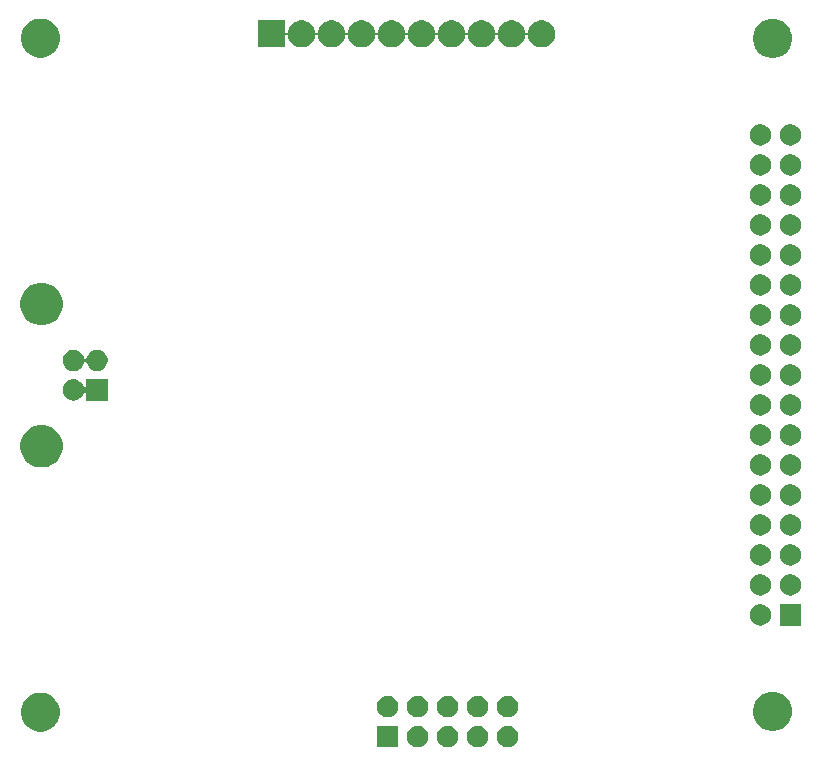
<source format=gbr>
G04 #@! TF.GenerationSoftware,KiCad,Pcbnew,5.1.6*
G04 #@! TF.CreationDate,2020-06-20T19:13:06+02:00*
G04 #@! TF.ProjectId,fluepdot,666c7565-7064-46f7-942e-6b696361645f,rev?*
G04 #@! TF.SameCoordinates,Original*
G04 #@! TF.FileFunction,Soldermask,Bot*
G04 #@! TF.FilePolarity,Negative*
%FSLAX46Y46*%
G04 Gerber Fmt 4.6, Leading zero omitted, Abs format (unit mm)*
G04 Created by KiCad (PCBNEW 5.1.6) date 2020-06-20 19:13:06*
%MOMM*%
%LPD*%
G01*
G04 APERTURE LIST*
%ADD10C,0.100000*%
G04 APERTURE END LIST*
D10*
G36*
X68593512Y-177203927D02*
G01*
X68742812Y-177233624D01*
X68906784Y-177301544D01*
X69054354Y-177400147D01*
X69179853Y-177525646D01*
X69278456Y-177673216D01*
X69346376Y-177837188D01*
X69381000Y-178011259D01*
X69381000Y-178188741D01*
X69346376Y-178362812D01*
X69278456Y-178526784D01*
X69179853Y-178674354D01*
X69054354Y-178799853D01*
X68906784Y-178898456D01*
X68742812Y-178966376D01*
X68593512Y-178996073D01*
X68568742Y-179001000D01*
X68391258Y-179001000D01*
X68366488Y-178996073D01*
X68217188Y-178966376D01*
X68053216Y-178898456D01*
X67905646Y-178799853D01*
X67780147Y-178674354D01*
X67681544Y-178526784D01*
X67613624Y-178362812D01*
X67579000Y-178188741D01*
X67579000Y-178011259D01*
X67613624Y-177837188D01*
X67681544Y-177673216D01*
X67780147Y-177525646D01*
X67905646Y-177400147D01*
X68053216Y-177301544D01*
X68217188Y-177233624D01*
X68366488Y-177203927D01*
X68391258Y-177199000D01*
X68568742Y-177199000D01*
X68593512Y-177203927D01*
G37*
G36*
X71133512Y-177203927D02*
G01*
X71282812Y-177233624D01*
X71446784Y-177301544D01*
X71594354Y-177400147D01*
X71719853Y-177525646D01*
X71818456Y-177673216D01*
X71886376Y-177837188D01*
X71921000Y-178011259D01*
X71921000Y-178188741D01*
X71886376Y-178362812D01*
X71818456Y-178526784D01*
X71719853Y-178674354D01*
X71594354Y-178799853D01*
X71446784Y-178898456D01*
X71282812Y-178966376D01*
X71133512Y-178996073D01*
X71108742Y-179001000D01*
X70931258Y-179001000D01*
X70906488Y-178996073D01*
X70757188Y-178966376D01*
X70593216Y-178898456D01*
X70445646Y-178799853D01*
X70320147Y-178674354D01*
X70221544Y-178526784D01*
X70153624Y-178362812D01*
X70119000Y-178188741D01*
X70119000Y-178011259D01*
X70153624Y-177837188D01*
X70221544Y-177673216D01*
X70320147Y-177525646D01*
X70445646Y-177400147D01*
X70593216Y-177301544D01*
X70757188Y-177233624D01*
X70906488Y-177203927D01*
X70931258Y-177199000D01*
X71108742Y-177199000D01*
X71133512Y-177203927D01*
G37*
G36*
X73673512Y-177203927D02*
G01*
X73822812Y-177233624D01*
X73986784Y-177301544D01*
X74134354Y-177400147D01*
X74259853Y-177525646D01*
X74358456Y-177673216D01*
X74426376Y-177837188D01*
X74461000Y-178011259D01*
X74461000Y-178188741D01*
X74426376Y-178362812D01*
X74358456Y-178526784D01*
X74259853Y-178674354D01*
X74134354Y-178799853D01*
X73986784Y-178898456D01*
X73822812Y-178966376D01*
X73673512Y-178996073D01*
X73648742Y-179001000D01*
X73471258Y-179001000D01*
X73446488Y-178996073D01*
X73297188Y-178966376D01*
X73133216Y-178898456D01*
X72985646Y-178799853D01*
X72860147Y-178674354D01*
X72761544Y-178526784D01*
X72693624Y-178362812D01*
X72659000Y-178188741D01*
X72659000Y-178011259D01*
X72693624Y-177837188D01*
X72761544Y-177673216D01*
X72860147Y-177525646D01*
X72985646Y-177400147D01*
X73133216Y-177301544D01*
X73297188Y-177233624D01*
X73446488Y-177203927D01*
X73471258Y-177199000D01*
X73648742Y-177199000D01*
X73673512Y-177203927D01*
G37*
G36*
X66053512Y-177203927D02*
G01*
X66202812Y-177233624D01*
X66366784Y-177301544D01*
X66514354Y-177400147D01*
X66639853Y-177525646D01*
X66738456Y-177673216D01*
X66806376Y-177837188D01*
X66841000Y-178011259D01*
X66841000Y-178188741D01*
X66806376Y-178362812D01*
X66738456Y-178526784D01*
X66639853Y-178674354D01*
X66514354Y-178799853D01*
X66366784Y-178898456D01*
X66202812Y-178966376D01*
X66053512Y-178996073D01*
X66028742Y-179001000D01*
X65851258Y-179001000D01*
X65826488Y-178996073D01*
X65677188Y-178966376D01*
X65513216Y-178898456D01*
X65365646Y-178799853D01*
X65240147Y-178674354D01*
X65141544Y-178526784D01*
X65073624Y-178362812D01*
X65039000Y-178188741D01*
X65039000Y-178011259D01*
X65073624Y-177837188D01*
X65141544Y-177673216D01*
X65240147Y-177525646D01*
X65365646Y-177400147D01*
X65513216Y-177301544D01*
X65677188Y-177233624D01*
X65826488Y-177203927D01*
X65851258Y-177199000D01*
X66028742Y-177199000D01*
X66053512Y-177203927D01*
G37*
G36*
X64301000Y-179001000D02*
G01*
X62499000Y-179001000D01*
X62499000Y-177199000D01*
X64301000Y-177199000D01*
X64301000Y-179001000D01*
G37*
G36*
X34368656Y-174429298D02*
G01*
X34474979Y-174450447D01*
X34775442Y-174574903D01*
X35045851Y-174755585D01*
X35275815Y-174985549D01*
X35456497Y-175255958D01*
X35456498Y-175255960D01*
X35492950Y-175343963D01*
X35549473Y-175480421D01*
X35580953Y-175556422D01*
X35633942Y-175822812D01*
X35644400Y-175875391D01*
X35644400Y-176200609D01*
X35580953Y-176519579D01*
X35456497Y-176820042D01*
X35275815Y-177090451D01*
X35045851Y-177320415D01*
X34775442Y-177501097D01*
X34474979Y-177625553D01*
X34368656Y-177646702D01*
X34156011Y-177689000D01*
X33830789Y-177689000D01*
X33618144Y-177646702D01*
X33511821Y-177625553D01*
X33211358Y-177501097D01*
X32940949Y-177320415D01*
X32710985Y-177090451D01*
X32530303Y-176820042D01*
X32405847Y-176519579D01*
X32342400Y-176200609D01*
X32342400Y-175875391D01*
X32352859Y-175822812D01*
X32405847Y-175556422D01*
X32437328Y-175480421D01*
X32493850Y-175343963D01*
X32530302Y-175255960D01*
X32530303Y-175255958D01*
X32710985Y-174985549D01*
X32940949Y-174755585D01*
X33211358Y-174574903D01*
X33511821Y-174450447D01*
X33618144Y-174429298D01*
X33830789Y-174387000D01*
X34156011Y-174387000D01*
X34368656Y-174429298D01*
G37*
G36*
X96375256Y-174353298D02*
G01*
X96481579Y-174374447D01*
X96782042Y-174498903D01*
X97052451Y-174679585D01*
X97282415Y-174909549D01*
X97463097Y-175179958D01*
X97587553Y-175480421D01*
X97608702Y-175586744D01*
X97651000Y-175799389D01*
X97651000Y-176124611D01*
X97624099Y-176259852D01*
X97587553Y-176443579D01*
X97463097Y-176744042D01*
X97282415Y-177014451D01*
X97052451Y-177244415D01*
X96782042Y-177425097D01*
X96481579Y-177549553D01*
X96375256Y-177570702D01*
X96162611Y-177613000D01*
X95837389Y-177613000D01*
X95624744Y-177570702D01*
X95518421Y-177549553D01*
X95217958Y-177425097D01*
X94947549Y-177244415D01*
X94717585Y-177014451D01*
X94536903Y-176744042D01*
X94412447Y-176443579D01*
X94375901Y-176259852D01*
X94349000Y-176124611D01*
X94349000Y-175799389D01*
X94391298Y-175586744D01*
X94412447Y-175480421D01*
X94536903Y-175179958D01*
X94717585Y-174909549D01*
X94947549Y-174679585D01*
X95217958Y-174498903D01*
X95518421Y-174374447D01*
X95624744Y-174353298D01*
X95837389Y-174311000D01*
X96162611Y-174311000D01*
X96375256Y-174353298D01*
G37*
G36*
X68593512Y-174663927D02*
G01*
X68742812Y-174693624D01*
X68906784Y-174761544D01*
X69054354Y-174860147D01*
X69179853Y-174985646D01*
X69278456Y-175133216D01*
X69346376Y-175297188D01*
X69381000Y-175471259D01*
X69381000Y-175648741D01*
X69346376Y-175822812D01*
X69278456Y-175986784D01*
X69179853Y-176134354D01*
X69054354Y-176259853D01*
X68906784Y-176358456D01*
X68742812Y-176426376D01*
X68593512Y-176456073D01*
X68568742Y-176461000D01*
X68391258Y-176461000D01*
X68366488Y-176456073D01*
X68217188Y-176426376D01*
X68053216Y-176358456D01*
X67905646Y-176259853D01*
X67780147Y-176134354D01*
X67681544Y-175986784D01*
X67613624Y-175822812D01*
X67579000Y-175648741D01*
X67579000Y-175471259D01*
X67613624Y-175297188D01*
X67681544Y-175133216D01*
X67780147Y-174985646D01*
X67905646Y-174860147D01*
X68053216Y-174761544D01*
X68217188Y-174693624D01*
X68366488Y-174663927D01*
X68391258Y-174659000D01*
X68568742Y-174659000D01*
X68593512Y-174663927D01*
G37*
G36*
X71133512Y-174663927D02*
G01*
X71282812Y-174693624D01*
X71446784Y-174761544D01*
X71594354Y-174860147D01*
X71719853Y-174985646D01*
X71818456Y-175133216D01*
X71886376Y-175297188D01*
X71921000Y-175471259D01*
X71921000Y-175648741D01*
X71886376Y-175822812D01*
X71818456Y-175986784D01*
X71719853Y-176134354D01*
X71594354Y-176259853D01*
X71446784Y-176358456D01*
X71282812Y-176426376D01*
X71133512Y-176456073D01*
X71108742Y-176461000D01*
X70931258Y-176461000D01*
X70906488Y-176456073D01*
X70757188Y-176426376D01*
X70593216Y-176358456D01*
X70445646Y-176259853D01*
X70320147Y-176134354D01*
X70221544Y-175986784D01*
X70153624Y-175822812D01*
X70119000Y-175648741D01*
X70119000Y-175471259D01*
X70153624Y-175297188D01*
X70221544Y-175133216D01*
X70320147Y-174985646D01*
X70445646Y-174860147D01*
X70593216Y-174761544D01*
X70757188Y-174693624D01*
X70906488Y-174663927D01*
X70931258Y-174659000D01*
X71108742Y-174659000D01*
X71133512Y-174663927D01*
G37*
G36*
X66053512Y-174663927D02*
G01*
X66202812Y-174693624D01*
X66366784Y-174761544D01*
X66514354Y-174860147D01*
X66639853Y-174985646D01*
X66738456Y-175133216D01*
X66806376Y-175297188D01*
X66841000Y-175471259D01*
X66841000Y-175648741D01*
X66806376Y-175822812D01*
X66738456Y-175986784D01*
X66639853Y-176134354D01*
X66514354Y-176259853D01*
X66366784Y-176358456D01*
X66202812Y-176426376D01*
X66053512Y-176456073D01*
X66028742Y-176461000D01*
X65851258Y-176461000D01*
X65826488Y-176456073D01*
X65677188Y-176426376D01*
X65513216Y-176358456D01*
X65365646Y-176259853D01*
X65240147Y-176134354D01*
X65141544Y-175986784D01*
X65073624Y-175822812D01*
X65039000Y-175648741D01*
X65039000Y-175471259D01*
X65073624Y-175297188D01*
X65141544Y-175133216D01*
X65240147Y-174985646D01*
X65365646Y-174860147D01*
X65513216Y-174761544D01*
X65677188Y-174693624D01*
X65826488Y-174663927D01*
X65851258Y-174659000D01*
X66028742Y-174659000D01*
X66053512Y-174663927D01*
G37*
G36*
X63513512Y-174663927D02*
G01*
X63662812Y-174693624D01*
X63826784Y-174761544D01*
X63974354Y-174860147D01*
X64099853Y-174985646D01*
X64198456Y-175133216D01*
X64266376Y-175297188D01*
X64301000Y-175471259D01*
X64301000Y-175648741D01*
X64266376Y-175822812D01*
X64198456Y-175986784D01*
X64099853Y-176134354D01*
X63974354Y-176259853D01*
X63826784Y-176358456D01*
X63662812Y-176426376D01*
X63513512Y-176456073D01*
X63488742Y-176461000D01*
X63311258Y-176461000D01*
X63286488Y-176456073D01*
X63137188Y-176426376D01*
X62973216Y-176358456D01*
X62825646Y-176259853D01*
X62700147Y-176134354D01*
X62601544Y-175986784D01*
X62533624Y-175822812D01*
X62499000Y-175648741D01*
X62499000Y-175471259D01*
X62533624Y-175297188D01*
X62601544Y-175133216D01*
X62700147Y-174985646D01*
X62825646Y-174860147D01*
X62973216Y-174761544D01*
X63137188Y-174693624D01*
X63286488Y-174663927D01*
X63311258Y-174659000D01*
X63488742Y-174659000D01*
X63513512Y-174663927D01*
G37*
G36*
X73673512Y-174663927D02*
G01*
X73822812Y-174693624D01*
X73986784Y-174761544D01*
X74134354Y-174860147D01*
X74259853Y-174985646D01*
X74358456Y-175133216D01*
X74426376Y-175297188D01*
X74461000Y-175471259D01*
X74461000Y-175648741D01*
X74426376Y-175822812D01*
X74358456Y-175986784D01*
X74259853Y-176134354D01*
X74134354Y-176259853D01*
X73986784Y-176358456D01*
X73822812Y-176426376D01*
X73673512Y-176456073D01*
X73648742Y-176461000D01*
X73471258Y-176461000D01*
X73446488Y-176456073D01*
X73297188Y-176426376D01*
X73133216Y-176358456D01*
X72985646Y-176259853D01*
X72860147Y-176134354D01*
X72761544Y-175986784D01*
X72693624Y-175822812D01*
X72659000Y-175648741D01*
X72659000Y-175471259D01*
X72693624Y-175297188D01*
X72761544Y-175133216D01*
X72860147Y-174985646D01*
X72985646Y-174860147D01*
X73133216Y-174761544D01*
X73297188Y-174693624D01*
X73446488Y-174663927D01*
X73471258Y-174659000D01*
X73648742Y-174659000D01*
X73673512Y-174663927D01*
G37*
G36*
X98401000Y-168701000D02*
G01*
X96599000Y-168701000D01*
X96599000Y-166899000D01*
X98401000Y-166899000D01*
X98401000Y-168701000D01*
G37*
G36*
X95073512Y-166903927D02*
G01*
X95222812Y-166933624D01*
X95386784Y-167001544D01*
X95534354Y-167100147D01*
X95659853Y-167225646D01*
X95758456Y-167373216D01*
X95826376Y-167537188D01*
X95861000Y-167711259D01*
X95861000Y-167888741D01*
X95826376Y-168062812D01*
X95758456Y-168226784D01*
X95659853Y-168374354D01*
X95534354Y-168499853D01*
X95386784Y-168598456D01*
X95222812Y-168666376D01*
X95073512Y-168696073D01*
X95048742Y-168701000D01*
X94871258Y-168701000D01*
X94846488Y-168696073D01*
X94697188Y-168666376D01*
X94533216Y-168598456D01*
X94385646Y-168499853D01*
X94260147Y-168374354D01*
X94161544Y-168226784D01*
X94093624Y-168062812D01*
X94059000Y-167888741D01*
X94059000Y-167711259D01*
X94093624Y-167537188D01*
X94161544Y-167373216D01*
X94260147Y-167225646D01*
X94385646Y-167100147D01*
X94533216Y-167001544D01*
X94697188Y-166933624D01*
X94846488Y-166903927D01*
X94871258Y-166899000D01*
X95048742Y-166899000D01*
X95073512Y-166903927D01*
G37*
G36*
X97613512Y-164363927D02*
G01*
X97762812Y-164393624D01*
X97926784Y-164461544D01*
X98074354Y-164560147D01*
X98199853Y-164685646D01*
X98298456Y-164833216D01*
X98366376Y-164997188D01*
X98401000Y-165171259D01*
X98401000Y-165348741D01*
X98366376Y-165522812D01*
X98298456Y-165686784D01*
X98199853Y-165834354D01*
X98074354Y-165959853D01*
X97926784Y-166058456D01*
X97762812Y-166126376D01*
X97613512Y-166156073D01*
X97588742Y-166161000D01*
X97411258Y-166161000D01*
X97386488Y-166156073D01*
X97237188Y-166126376D01*
X97073216Y-166058456D01*
X96925646Y-165959853D01*
X96800147Y-165834354D01*
X96701544Y-165686784D01*
X96633624Y-165522812D01*
X96599000Y-165348741D01*
X96599000Y-165171259D01*
X96633624Y-164997188D01*
X96701544Y-164833216D01*
X96800147Y-164685646D01*
X96925646Y-164560147D01*
X97073216Y-164461544D01*
X97237188Y-164393624D01*
X97386488Y-164363927D01*
X97411258Y-164359000D01*
X97588742Y-164359000D01*
X97613512Y-164363927D01*
G37*
G36*
X95073512Y-164363927D02*
G01*
X95222812Y-164393624D01*
X95386784Y-164461544D01*
X95534354Y-164560147D01*
X95659853Y-164685646D01*
X95758456Y-164833216D01*
X95826376Y-164997188D01*
X95861000Y-165171259D01*
X95861000Y-165348741D01*
X95826376Y-165522812D01*
X95758456Y-165686784D01*
X95659853Y-165834354D01*
X95534354Y-165959853D01*
X95386784Y-166058456D01*
X95222812Y-166126376D01*
X95073512Y-166156073D01*
X95048742Y-166161000D01*
X94871258Y-166161000D01*
X94846488Y-166156073D01*
X94697188Y-166126376D01*
X94533216Y-166058456D01*
X94385646Y-165959853D01*
X94260147Y-165834354D01*
X94161544Y-165686784D01*
X94093624Y-165522812D01*
X94059000Y-165348741D01*
X94059000Y-165171259D01*
X94093624Y-164997188D01*
X94161544Y-164833216D01*
X94260147Y-164685646D01*
X94385646Y-164560147D01*
X94533216Y-164461544D01*
X94697188Y-164393624D01*
X94846488Y-164363927D01*
X94871258Y-164359000D01*
X95048742Y-164359000D01*
X95073512Y-164363927D01*
G37*
G36*
X97613512Y-161823927D02*
G01*
X97762812Y-161853624D01*
X97926784Y-161921544D01*
X98074354Y-162020147D01*
X98199853Y-162145646D01*
X98298456Y-162293216D01*
X98366376Y-162457188D01*
X98401000Y-162631259D01*
X98401000Y-162808741D01*
X98366376Y-162982812D01*
X98298456Y-163146784D01*
X98199853Y-163294354D01*
X98074354Y-163419853D01*
X97926784Y-163518456D01*
X97762812Y-163586376D01*
X97613512Y-163616073D01*
X97588742Y-163621000D01*
X97411258Y-163621000D01*
X97386488Y-163616073D01*
X97237188Y-163586376D01*
X97073216Y-163518456D01*
X96925646Y-163419853D01*
X96800147Y-163294354D01*
X96701544Y-163146784D01*
X96633624Y-162982812D01*
X96599000Y-162808741D01*
X96599000Y-162631259D01*
X96633624Y-162457188D01*
X96701544Y-162293216D01*
X96800147Y-162145646D01*
X96925646Y-162020147D01*
X97073216Y-161921544D01*
X97237188Y-161853624D01*
X97386488Y-161823927D01*
X97411258Y-161819000D01*
X97588742Y-161819000D01*
X97613512Y-161823927D01*
G37*
G36*
X95073512Y-161823927D02*
G01*
X95222812Y-161853624D01*
X95386784Y-161921544D01*
X95534354Y-162020147D01*
X95659853Y-162145646D01*
X95758456Y-162293216D01*
X95826376Y-162457188D01*
X95861000Y-162631259D01*
X95861000Y-162808741D01*
X95826376Y-162982812D01*
X95758456Y-163146784D01*
X95659853Y-163294354D01*
X95534354Y-163419853D01*
X95386784Y-163518456D01*
X95222812Y-163586376D01*
X95073512Y-163616073D01*
X95048742Y-163621000D01*
X94871258Y-163621000D01*
X94846488Y-163616073D01*
X94697188Y-163586376D01*
X94533216Y-163518456D01*
X94385646Y-163419853D01*
X94260147Y-163294354D01*
X94161544Y-163146784D01*
X94093624Y-162982812D01*
X94059000Y-162808741D01*
X94059000Y-162631259D01*
X94093624Y-162457188D01*
X94161544Y-162293216D01*
X94260147Y-162145646D01*
X94385646Y-162020147D01*
X94533216Y-161921544D01*
X94697188Y-161853624D01*
X94846488Y-161823927D01*
X94871258Y-161819000D01*
X95048742Y-161819000D01*
X95073512Y-161823927D01*
G37*
G36*
X95073512Y-159283927D02*
G01*
X95222812Y-159313624D01*
X95386784Y-159381544D01*
X95534354Y-159480147D01*
X95659853Y-159605646D01*
X95758456Y-159753216D01*
X95826376Y-159917188D01*
X95861000Y-160091259D01*
X95861000Y-160268741D01*
X95826376Y-160442812D01*
X95758456Y-160606784D01*
X95659853Y-160754354D01*
X95534354Y-160879853D01*
X95386784Y-160978456D01*
X95222812Y-161046376D01*
X95073512Y-161076073D01*
X95048742Y-161081000D01*
X94871258Y-161081000D01*
X94846488Y-161076073D01*
X94697188Y-161046376D01*
X94533216Y-160978456D01*
X94385646Y-160879853D01*
X94260147Y-160754354D01*
X94161544Y-160606784D01*
X94093624Y-160442812D01*
X94059000Y-160268741D01*
X94059000Y-160091259D01*
X94093624Y-159917188D01*
X94161544Y-159753216D01*
X94260147Y-159605646D01*
X94385646Y-159480147D01*
X94533216Y-159381544D01*
X94697188Y-159313624D01*
X94846488Y-159283927D01*
X94871258Y-159279000D01*
X95048742Y-159279000D01*
X95073512Y-159283927D01*
G37*
G36*
X97613512Y-159283927D02*
G01*
X97762812Y-159313624D01*
X97926784Y-159381544D01*
X98074354Y-159480147D01*
X98199853Y-159605646D01*
X98298456Y-159753216D01*
X98366376Y-159917188D01*
X98401000Y-160091259D01*
X98401000Y-160268741D01*
X98366376Y-160442812D01*
X98298456Y-160606784D01*
X98199853Y-160754354D01*
X98074354Y-160879853D01*
X97926784Y-160978456D01*
X97762812Y-161046376D01*
X97613512Y-161076073D01*
X97588742Y-161081000D01*
X97411258Y-161081000D01*
X97386488Y-161076073D01*
X97237188Y-161046376D01*
X97073216Y-160978456D01*
X96925646Y-160879853D01*
X96800147Y-160754354D01*
X96701544Y-160606784D01*
X96633624Y-160442812D01*
X96599000Y-160268741D01*
X96599000Y-160091259D01*
X96633624Y-159917188D01*
X96701544Y-159753216D01*
X96800147Y-159605646D01*
X96925646Y-159480147D01*
X97073216Y-159381544D01*
X97237188Y-159313624D01*
X97386488Y-159283927D01*
X97411258Y-159279000D01*
X97588742Y-159279000D01*
X97613512Y-159283927D01*
G37*
G36*
X97613512Y-156743927D02*
G01*
X97762812Y-156773624D01*
X97926784Y-156841544D01*
X98074354Y-156940147D01*
X98199853Y-157065646D01*
X98298456Y-157213216D01*
X98366376Y-157377188D01*
X98401000Y-157551259D01*
X98401000Y-157728741D01*
X98366376Y-157902812D01*
X98298456Y-158066784D01*
X98199853Y-158214354D01*
X98074354Y-158339853D01*
X97926784Y-158438456D01*
X97762812Y-158506376D01*
X97613512Y-158536073D01*
X97588742Y-158541000D01*
X97411258Y-158541000D01*
X97386488Y-158536073D01*
X97237188Y-158506376D01*
X97073216Y-158438456D01*
X96925646Y-158339853D01*
X96800147Y-158214354D01*
X96701544Y-158066784D01*
X96633624Y-157902812D01*
X96599000Y-157728741D01*
X96599000Y-157551259D01*
X96633624Y-157377188D01*
X96701544Y-157213216D01*
X96800147Y-157065646D01*
X96925646Y-156940147D01*
X97073216Y-156841544D01*
X97237188Y-156773624D01*
X97386488Y-156743927D01*
X97411258Y-156739000D01*
X97588742Y-156739000D01*
X97613512Y-156743927D01*
G37*
G36*
X95073512Y-156743927D02*
G01*
X95222812Y-156773624D01*
X95386784Y-156841544D01*
X95534354Y-156940147D01*
X95659853Y-157065646D01*
X95758456Y-157213216D01*
X95826376Y-157377188D01*
X95861000Y-157551259D01*
X95861000Y-157728741D01*
X95826376Y-157902812D01*
X95758456Y-158066784D01*
X95659853Y-158214354D01*
X95534354Y-158339853D01*
X95386784Y-158438456D01*
X95222812Y-158506376D01*
X95073512Y-158536073D01*
X95048742Y-158541000D01*
X94871258Y-158541000D01*
X94846488Y-158536073D01*
X94697188Y-158506376D01*
X94533216Y-158438456D01*
X94385646Y-158339853D01*
X94260147Y-158214354D01*
X94161544Y-158066784D01*
X94093624Y-157902812D01*
X94059000Y-157728741D01*
X94059000Y-157551259D01*
X94093624Y-157377188D01*
X94161544Y-157213216D01*
X94260147Y-157065646D01*
X94385646Y-156940147D01*
X94533216Y-156841544D01*
X94697188Y-156773624D01*
X94846488Y-156743927D01*
X94871258Y-156739000D01*
X95048742Y-156739000D01*
X95073512Y-156743927D01*
G37*
G36*
X95073512Y-154203927D02*
G01*
X95222812Y-154233624D01*
X95386784Y-154301544D01*
X95534354Y-154400147D01*
X95659853Y-154525646D01*
X95758456Y-154673216D01*
X95826376Y-154837188D01*
X95861000Y-155011259D01*
X95861000Y-155188741D01*
X95826376Y-155362812D01*
X95758456Y-155526784D01*
X95659853Y-155674354D01*
X95534354Y-155799853D01*
X95386784Y-155898456D01*
X95222812Y-155966376D01*
X95073512Y-155996073D01*
X95048742Y-156001000D01*
X94871258Y-156001000D01*
X94846488Y-155996073D01*
X94697188Y-155966376D01*
X94533216Y-155898456D01*
X94385646Y-155799853D01*
X94260147Y-155674354D01*
X94161544Y-155526784D01*
X94093624Y-155362812D01*
X94059000Y-155188741D01*
X94059000Y-155011259D01*
X94093624Y-154837188D01*
X94161544Y-154673216D01*
X94260147Y-154525646D01*
X94385646Y-154400147D01*
X94533216Y-154301544D01*
X94697188Y-154233624D01*
X94846488Y-154203927D01*
X94871258Y-154199000D01*
X95048742Y-154199000D01*
X95073512Y-154203927D01*
G37*
G36*
X97613512Y-154203927D02*
G01*
X97762812Y-154233624D01*
X97926784Y-154301544D01*
X98074354Y-154400147D01*
X98199853Y-154525646D01*
X98298456Y-154673216D01*
X98366376Y-154837188D01*
X98401000Y-155011259D01*
X98401000Y-155188741D01*
X98366376Y-155362812D01*
X98298456Y-155526784D01*
X98199853Y-155674354D01*
X98074354Y-155799853D01*
X97926784Y-155898456D01*
X97762812Y-155966376D01*
X97613512Y-155996073D01*
X97588742Y-156001000D01*
X97411258Y-156001000D01*
X97386488Y-155996073D01*
X97237188Y-155966376D01*
X97073216Y-155898456D01*
X96925646Y-155799853D01*
X96800147Y-155674354D01*
X96701544Y-155526784D01*
X96633624Y-155362812D01*
X96599000Y-155188741D01*
X96599000Y-155011259D01*
X96633624Y-154837188D01*
X96701544Y-154673216D01*
X96800147Y-154525646D01*
X96925646Y-154400147D01*
X97073216Y-154301544D01*
X97237188Y-154233624D01*
X97386488Y-154203927D01*
X97411258Y-154199000D01*
X97588742Y-154199000D01*
X97613512Y-154203927D01*
G37*
G36*
X34615331Y-151788211D02*
G01*
X34943092Y-151923974D01*
X35238070Y-152121072D01*
X35488928Y-152371930D01*
X35686026Y-152666908D01*
X35821789Y-152994669D01*
X35891000Y-153342616D01*
X35891000Y-153697384D01*
X35821789Y-154045331D01*
X35686026Y-154373092D01*
X35488928Y-154668070D01*
X35238070Y-154918928D01*
X34943092Y-155116026D01*
X34615331Y-155251789D01*
X34267384Y-155321000D01*
X33912616Y-155321000D01*
X33564669Y-155251789D01*
X33236908Y-155116026D01*
X32941930Y-154918928D01*
X32691072Y-154668070D01*
X32493974Y-154373092D01*
X32358211Y-154045331D01*
X32289000Y-153697384D01*
X32289000Y-153342616D01*
X32358211Y-152994669D01*
X32493974Y-152666908D01*
X32691072Y-152371930D01*
X32941930Y-152121072D01*
X33236908Y-151923974D01*
X33564669Y-151788211D01*
X33912616Y-151719000D01*
X34267384Y-151719000D01*
X34615331Y-151788211D01*
G37*
G36*
X95073512Y-151663927D02*
G01*
X95222812Y-151693624D01*
X95386784Y-151761544D01*
X95534354Y-151860147D01*
X95659853Y-151985646D01*
X95758456Y-152133216D01*
X95826376Y-152297188D01*
X95856073Y-152446488D01*
X95861000Y-152471258D01*
X95861000Y-152648742D01*
X95856073Y-152673512D01*
X95826376Y-152822812D01*
X95758456Y-152986784D01*
X95659853Y-153134354D01*
X95534354Y-153259853D01*
X95386784Y-153358456D01*
X95222812Y-153426376D01*
X95073512Y-153456073D01*
X95048742Y-153461000D01*
X94871258Y-153461000D01*
X94846488Y-153456073D01*
X94697188Y-153426376D01*
X94533216Y-153358456D01*
X94385646Y-153259853D01*
X94260147Y-153134354D01*
X94161544Y-152986784D01*
X94093624Y-152822812D01*
X94063927Y-152673512D01*
X94059000Y-152648742D01*
X94059000Y-152471258D01*
X94063927Y-152446488D01*
X94093624Y-152297188D01*
X94161544Y-152133216D01*
X94260147Y-151985646D01*
X94385646Y-151860147D01*
X94533216Y-151761544D01*
X94697188Y-151693624D01*
X94846488Y-151663927D01*
X94871258Y-151659000D01*
X95048742Y-151659000D01*
X95073512Y-151663927D01*
G37*
G36*
X97613512Y-151663927D02*
G01*
X97762812Y-151693624D01*
X97926784Y-151761544D01*
X98074354Y-151860147D01*
X98199853Y-151985646D01*
X98298456Y-152133216D01*
X98366376Y-152297188D01*
X98396073Y-152446488D01*
X98401000Y-152471258D01*
X98401000Y-152648742D01*
X98396073Y-152673512D01*
X98366376Y-152822812D01*
X98298456Y-152986784D01*
X98199853Y-153134354D01*
X98074354Y-153259853D01*
X97926784Y-153358456D01*
X97762812Y-153426376D01*
X97613512Y-153456073D01*
X97588742Y-153461000D01*
X97411258Y-153461000D01*
X97386488Y-153456073D01*
X97237188Y-153426376D01*
X97073216Y-153358456D01*
X96925646Y-153259853D01*
X96800147Y-153134354D01*
X96701544Y-152986784D01*
X96633624Y-152822812D01*
X96603927Y-152673512D01*
X96599000Y-152648742D01*
X96599000Y-152471258D01*
X96603927Y-152446488D01*
X96633624Y-152297188D01*
X96701544Y-152133216D01*
X96800147Y-151985646D01*
X96925646Y-151860147D01*
X97073216Y-151761544D01*
X97237188Y-151693624D01*
X97386488Y-151663927D01*
X97411258Y-151659000D01*
X97588742Y-151659000D01*
X97613512Y-151663927D01*
G37*
G36*
X95073512Y-149123927D02*
G01*
X95222812Y-149153624D01*
X95386784Y-149221544D01*
X95534354Y-149320147D01*
X95659853Y-149445646D01*
X95758456Y-149593216D01*
X95826376Y-149757188D01*
X95861000Y-149931259D01*
X95861000Y-150108741D01*
X95826376Y-150282812D01*
X95758456Y-150446784D01*
X95659853Y-150594354D01*
X95534354Y-150719853D01*
X95386784Y-150818456D01*
X95222812Y-150886376D01*
X95073512Y-150916073D01*
X95048742Y-150921000D01*
X94871258Y-150921000D01*
X94846488Y-150916073D01*
X94697188Y-150886376D01*
X94533216Y-150818456D01*
X94385646Y-150719853D01*
X94260147Y-150594354D01*
X94161544Y-150446784D01*
X94093624Y-150282812D01*
X94059000Y-150108741D01*
X94059000Y-149931259D01*
X94093624Y-149757188D01*
X94161544Y-149593216D01*
X94260147Y-149445646D01*
X94385646Y-149320147D01*
X94533216Y-149221544D01*
X94697188Y-149153624D01*
X94846488Y-149123927D01*
X94871258Y-149119000D01*
X95048742Y-149119000D01*
X95073512Y-149123927D01*
G37*
G36*
X97613512Y-149123927D02*
G01*
X97762812Y-149153624D01*
X97926784Y-149221544D01*
X98074354Y-149320147D01*
X98199853Y-149445646D01*
X98298456Y-149593216D01*
X98366376Y-149757188D01*
X98401000Y-149931259D01*
X98401000Y-150108741D01*
X98366376Y-150282812D01*
X98298456Y-150446784D01*
X98199853Y-150594354D01*
X98074354Y-150719853D01*
X97926784Y-150818456D01*
X97762812Y-150886376D01*
X97613512Y-150916073D01*
X97588742Y-150921000D01*
X97411258Y-150921000D01*
X97386488Y-150916073D01*
X97237188Y-150886376D01*
X97073216Y-150818456D01*
X96925646Y-150719853D01*
X96800147Y-150594354D01*
X96701544Y-150446784D01*
X96633624Y-150282812D01*
X96599000Y-150108741D01*
X96599000Y-149931259D01*
X96633624Y-149757188D01*
X96701544Y-149593216D01*
X96800147Y-149445646D01*
X96925646Y-149320147D01*
X97073216Y-149221544D01*
X97237188Y-149153624D01*
X97386488Y-149123927D01*
X97411258Y-149119000D01*
X97588742Y-149119000D01*
X97613512Y-149123927D01*
G37*
G36*
X36913512Y-147853927D02*
G01*
X37062812Y-147883624D01*
X37226784Y-147951544D01*
X37374354Y-148050147D01*
X37499853Y-148175646D01*
X37598456Y-148323216D01*
X37658523Y-148468229D01*
X37670068Y-148489829D01*
X37685613Y-148508771D01*
X37704555Y-148524316D01*
X37726166Y-148535867D01*
X37749615Y-148542980D01*
X37774001Y-148545382D01*
X37798387Y-148542980D01*
X37821836Y-148535867D01*
X37843447Y-148524316D01*
X37862389Y-148508771D01*
X37877934Y-148489829D01*
X37889485Y-148468218D01*
X37896598Y-148444769D01*
X37899000Y-148420383D01*
X37899000Y-147849000D01*
X39701000Y-147849000D01*
X39701000Y-149651000D01*
X37899000Y-149651000D01*
X37899000Y-149079617D01*
X37896598Y-149055231D01*
X37889485Y-149031782D01*
X37877934Y-149010171D01*
X37862389Y-148991229D01*
X37843447Y-148975684D01*
X37821836Y-148964133D01*
X37798387Y-148957020D01*
X37774001Y-148954618D01*
X37749615Y-148957020D01*
X37726166Y-148964133D01*
X37704555Y-148975684D01*
X37685613Y-148991229D01*
X37670068Y-149010171D01*
X37658523Y-149031771D01*
X37598456Y-149176784D01*
X37499853Y-149324354D01*
X37374354Y-149449853D01*
X37226784Y-149548456D01*
X37062812Y-149616376D01*
X36913512Y-149646073D01*
X36888742Y-149651000D01*
X36711258Y-149651000D01*
X36686488Y-149646073D01*
X36537188Y-149616376D01*
X36373216Y-149548456D01*
X36225646Y-149449853D01*
X36100147Y-149324354D01*
X36001544Y-149176784D01*
X35933624Y-149012812D01*
X35899000Y-148838741D01*
X35899000Y-148661259D01*
X35933624Y-148487188D01*
X36001544Y-148323216D01*
X36100147Y-148175646D01*
X36225646Y-148050147D01*
X36373216Y-147951544D01*
X36537188Y-147883624D01*
X36686488Y-147853927D01*
X36711258Y-147849000D01*
X36888742Y-147849000D01*
X36913512Y-147853927D01*
G37*
G36*
X95073512Y-146583927D02*
G01*
X95222812Y-146613624D01*
X95386784Y-146681544D01*
X95534354Y-146780147D01*
X95659853Y-146905646D01*
X95758456Y-147053216D01*
X95826376Y-147217188D01*
X95861000Y-147391259D01*
X95861000Y-147568741D01*
X95826376Y-147742812D01*
X95758456Y-147906784D01*
X95659853Y-148054354D01*
X95534354Y-148179853D01*
X95386784Y-148278456D01*
X95222812Y-148346376D01*
X95073512Y-148376073D01*
X95048742Y-148381000D01*
X94871258Y-148381000D01*
X94846488Y-148376073D01*
X94697188Y-148346376D01*
X94533216Y-148278456D01*
X94385646Y-148179853D01*
X94260147Y-148054354D01*
X94161544Y-147906784D01*
X94093624Y-147742812D01*
X94059000Y-147568741D01*
X94059000Y-147391259D01*
X94093624Y-147217188D01*
X94161544Y-147053216D01*
X94260147Y-146905646D01*
X94385646Y-146780147D01*
X94533216Y-146681544D01*
X94697188Y-146613624D01*
X94846488Y-146583927D01*
X94871258Y-146579000D01*
X95048742Y-146579000D01*
X95073512Y-146583927D01*
G37*
G36*
X97613512Y-146583927D02*
G01*
X97762812Y-146613624D01*
X97926784Y-146681544D01*
X98074354Y-146780147D01*
X98199853Y-146905646D01*
X98298456Y-147053216D01*
X98366376Y-147217188D01*
X98401000Y-147391259D01*
X98401000Y-147568741D01*
X98366376Y-147742812D01*
X98298456Y-147906784D01*
X98199853Y-148054354D01*
X98074354Y-148179853D01*
X97926784Y-148278456D01*
X97762812Y-148346376D01*
X97613512Y-148376073D01*
X97588742Y-148381000D01*
X97411258Y-148381000D01*
X97386488Y-148376073D01*
X97237188Y-148346376D01*
X97073216Y-148278456D01*
X96925646Y-148179853D01*
X96800147Y-148054354D01*
X96701544Y-147906784D01*
X96633624Y-147742812D01*
X96599000Y-147568741D01*
X96599000Y-147391259D01*
X96633624Y-147217188D01*
X96701544Y-147053216D01*
X96800147Y-146905646D01*
X96925646Y-146780147D01*
X97073216Y-146681544D01*
X97237188Y-146613624D01*
X97386488Y-146583927D01*
X97411258Y-146579000D01*
X97588742Y-146579000D01*
X97613512Y-146583927D01*
G37*
G36*
X36913512Y-145353927D02*
G01*
X37062812Y-145383624D01*
X37226784Y-145451544D01*
X37374354Y-145550147D01*
X37499853Y-145675646D01*
X37598456Y-145823216D01*
X37666376Y-145987188D01*
X37677405Y-146042638D01*
X37684516Y-146066078D01*
X37696067Y-146087689D01*
X37711613Y-146106631D01*
X37730555Y-146122176D01*
X37752165Y-146133727D01*
X37775614Y-146140840D01*
X37800000Y-146143242D01*
X37824387Y-146140840D01*
X37847835Y-146133727D01*
X37869446Y-146122176D01*
X37888388Y-146106630D01*
X37903933Y-146087688D01*
X37915484Y-146066078D01*
X37922595Y-146042638D01*
X37933624Y-145987188D01*
X38001544Y-145823216D01*
X38100147Y-145675646D01*
X38225646Y-145550147D01*
X38373216Y-145451544D01*
X38537188Y-145383624D01*
X38686488Y-145353927D01*
X38711258Y-145349000D01*
X38888742Y-145349000D01*
X38913512Y-145353927D01*
X39062812Y-145383624D01*
X39226784Y-145451544D01*
X39374354Y-145550147D01*
X39499853Y-145675646D01*
X39598456Y-145823216D01*
X39666376Y-145987188D01*
X39701000Y-146161259D01*
X39701000Y-146338741D01*
X39666376Y-146512812D01*
X39598456Y-146676784D01*
X39499853Y-146824354D01*
X39374354Y-146949853D01*
X39226784Y-147048456D01*
X39062812Y-147116376D01*
X38913512Y-147146073D01*
X38888742Y-147151000D01*
X38711258Y-147151000D01*
X38686488Y-147146073D01*
X38537188Y-147116376D01*
X38373216Y-147048456D01*
X38225646Y-146949853D01*
X38100147Y-146824354D01*
X38001544Y-146676784D01*
X37933624Y-146512812D01*
X37922595Y-146457362D01*
X37915484Y-146433922D01*
X37903933Y-146412311D01*
X37888387Y-146393369D01*
X37869445Y-146377824D01*
X37847835Y-146366273D01*
X37824386Y-146359160D01*
X37800000Y-146356758D01*
X37775613Y-146359160D01*
X37752165Y-146366273D01*
X37730554Y-146377824D01*
X37711612Y-146393370D01*
X37696067Y-146412312D01*
X37684516Y-146433922D01*
X37677405Y-146457362D01*
X37666376Y-146512812D01*
X37598456Y-146676784D01*
X37499853Y-146824354D01*
X37374354Y-146949853D01*
X37226784Y-147048456D01*
X37062812Y-147116376D01*
X36913512Y-147146073D01*
X36888742Y-147151000D01*
X36711258Y-147151000D01*
X36686488Y-147146073D01*
X36537188Y-147116376D01*
X36373216Y-147048456D01*
X36225646Y-146949853D01*
X36100147Y-146824354D01*
X36001544Y-146676784D01*
X35933624Y-146512812D01*
X35899000Y-146338741D01*
X35899000Y-146161259D01*
X35933624Y-145987188D01*
X36001544Y-145823216D01*
X36100147Y-145675646D01*
X36225646Y-145550147D01*
X36373216Y-145451544D01*
X36537188Y-145383624D01*
X36686488Y-145353927D01*
X36711258Y-145349000D01*
X36888742Y-145349000D01*
X36913512Y-145353927D01*
G37*
G36*
X97613512Y-144043927D02*
G01*
X97762812Y-144073624D01*
X97926784Y-144141544D01*
X98074354Y-144240147D01*
X98199853Y-144365646D01*
X98298456Y-144513216D01*
X98366376Y-144677188D01*
X98401000Y-144851259D01*
X98401000Y-145028741D01*
X98366376Y-145202812D01*
X98298456Y-145366784D01*
X98199853Y-145514354D01*
X98074354Y-145639853D01*
X97926784Y-145738456D01*
X97762812Y-145806376D01*
X97613512Y-145836073D01*
X97588742Y-145841000D01*
X97411258Y-145841000D01*
X97386488Y-145836073D01*
X97237188Y-145806376D01*
X97073216Y-145738456D01*
X96925646Y-145639853D01*
X96800147Y-145514354D01*
X96701544Y-145366784D01*
X96633624Y-145202812D01*
X96599000Y-145028741D01*
X96599000Y-144851259D01*
X96633624Y-144677188D01*
X96701544Y-144513216D01*
X96800147Y-144365646D01*
X96925646Y-144240147D01*
X97073216Y-144141544D01*
X97237188Y-144073624D01*
X97386488Y-144043927D01*
X97411258Y-144039000D01*
X97588742Y-144039000D01*
X97613512Y-144043927D01*
G37*
G36*
X95073512Y-144043927D02*
G01*
X95222812Y-144073624D01*
X95386784Y-144141544D01*
X95534354Y-144240147D01*
X95659853Y-144365646D01*
X95758456Y-144513216D01*
X95826376Y-144677188D01*
X95861000Y-144851259D01*
X95861000Y-145028741D01*
X95826376Y-145202812D01*
X95758456Y-145366784D01*
X95659853Y-145514354D01*
X95534354Y-145639853D01*
X95386784Y-145738456D01*
X95222812Y-145806376D01*
X95073512Y-145836073D01*
X95048742Y-145841000D01*
X94871258Y-145841000D01*
X94846488Y-145836073D01*
X94697188Y-145806376D01*
X94533216Y-145738456D01*
X94385646Y-145639853D01*
X94260147Y-145514354D01*
X94161544Y-145366784D01*
X94093624Y-145202812D01*
X94059000Y-145028741D01*
X94059000Y-144851259D01*
X94093624Y-144677188D01*
X94161544Y-144513216D01*
X94260147Y-144365646D01*
X94385646Y-144240147D01*
X94533216Y-144141544D01*
X94697188Y-144073624D01*
X94846488Y-144043927D01*
X94871258Y-144039000D01*
X95048742Y-144039000D01*
X95073512Y-144043927D01*
G37*
G36*
X97613512Y-141503927D02*
G01*
X97762812Y-141533624D01*
X97926784Y-141601544D01*
X98074354Y-141700147D01*
X98199853Y-141825646D01*
X98298456Y-141973216D01*
X98366376Y-142137188D01*
X98401000Y-142311259D01*
X98401000Y-142488741D01*
X98366376Y-142662812D01*
X98298456Y-142826784D01*
X98199853Y-142974354D01*
X98074354Y-143099853D01*
X97926784Y-143198456D01*
X97762812Y-143266376D01*
X97613512Y-143296073D01*
X97588742Y-143301000D01*
X97411258Y-143301000D01*
X97386488Y-143296073D01*
X97237188Y-143266376D01*
X97073216Y-143198456D01*
X96925646Y-143099853D01*
X96800147Y-142974354D01*
X96701544Y-142826784D01*
X96633624Y-142662812D01*
X96599000Y-142488741D01*
X96599000Y-142311259D01*
X96633624Y-142137188D01*
X96701544Y-141973216D01*
X96800147Y-141825646D01*
X96925646Y-141700147D01*
X97073216Y-141601544D01*
X97237188Y-141533624D01*
X97386488Y-141503927D01*
X97411258Y-141499000D01*
X97588742Y-141499000D01*
X97613512Y-141503927D01*
G37*
G36*
X95073512Y-141503927D02*
G01*
X95222812Y-141533624D01*
X95386784Y-141601544D01*
X95534354Y-141700147D01*
X95659853Y-141825646D01*
X95758456Y-141973216D01*
X95826376Y-142137188D01*
X95861000Y-142311259D01*
X95861000Y-142488741D01*
X95826376Y-142662812D01*
X95758456Y-142826784D01*
X95659853Y-142974354D01*
X95534354Y-143099853D01*
X95386784Y-143198456D01*
X95222812Y-143266376D01*
X95073512Y-143296073D01*
X95048742Y-143301000D01*
X94871258Y-143301000D01*
X94846488Y-143296073D01*
X94697188Y-143266376D01*
X94533216Y-143198456D01*
X94385646Y-143099853D01*
X94260147Y-142974354D01*
X94161544Y-142826784D01*
X94093624Y-142662812D01*
X94059000Y-142488741D01*
X94059000Y-142311259D01*
X94093624Y-142137188D01*
X94161544Y-141973216D01*
X94260147Y-141825646D01*
X94385646Y-141700147D01*
X94533216Y-141601544D01*
X94697188Y-141533624D01*
X94846488Y-141503927D01*
X94871258Y-141499000D01*
X95048742Y-141499000D01*
X95073512Y-141503927D01*
G37*
G36*
X34615331Y-139748211D02*
G01*
X34943092Y-139883974D01*
X35238070Y-140081072D01*
X35488928Y-140331930D01*
X35686026Y-140626908D01*
X35821789Y-140954669D01*
X35891000Y-141302616D01*
X35891000Y-141657384D01*
X35821789Y-142005331D01*
X35686026Y-142333092D01*
X35488928Y-142628070D01*
X35238070Y-142878928D01*
X34943092Y-143076026D01*
X34615331Y-143211789D01*
X34267384Y-143281000D01*
X33912616Y-143281000D01*
X33564669Y-143211789D01*
X33236908Y-143076026D01*
X32941930Y-142878928D01*
X32691072Y-142628070D01*
X32493974Y-142333092D01*
X32358211Y-142005331D01*
X32289000Y-141657384D01*
X32289000Y-141302616D01*
X32358211Y-140954669D01*
X32493974Y-140626908D01*
X32691072Y-140331930D01*
X32941930Y-140081072D01*
X33236908Y-139883974D01*
X33564669Y-139748211D01*
X33912616Y-139679000D01*
X34267384Y-139679000D01*
X34615331Y-139748211D01*
G37*
G36*
X95073512Y-138963927D02*
G01*
X95222812Y-138993624D01*
X95386784Y-139061544D01*
X95534354Y-139160147D01*
X95659853Y-139285646D01*
X95758456Y-139433216D01*
X95826376Y-139597188D01*
X95861000Y-139771259D01*
X95861000Y-139948741D01*
X95826376Y-140122812D01*
X95758456Y-140286784D01*
X95659853Y-140434354D01*
X95534354Y-140559853D01*
X95386784Y-140658456D01*
X95222812Y-140726376D01*
X95073512Y-140756073D01*
X95048742Y-140761000D01*
X94871258Y-140761000D01*
X94846488Y-140756073D01*
X94697188Y-140726376D01*
X94533216Y-140658456D01*
X94385646Y-140559853D01*
X94260147Y-140434354D01*
X94161544Y-140286784D01*
X94093624Y-140122812D01*
X94059000Y-139948741D01*
X94059000Y-139771259D01*
X94093624Y-139597188D01*
X94161544Y-139433216D01*
X94260147Y-139285646D01*
X94385646Y-139160147D01*
X94533216Y-139061544D01*
X94697188Y-138993624D01*
X94846488Y-138963927D01*
X94871258Y-138959000D01*
X95048742Y-138959000D01*
X95073512Y-138963927D01*
G37*
G36*
X97613512Y-138963927D02*
G01*
X97762812Y-138993624D01*
X97926784Y-139061544D01*
X98074354Y-139160147D01*
X98199853Y-139285646D01*
X98298456Y-139433216D01*
X98366376Y-139597188D01*
X98401000Y-139771259D01*
X98401000Y-139948741D01*
X98366376Y-140122812D01*
X98298456Y-140286784D01*
X98199853Y-140434354D01*
X98074354Y-140559853D01*
X97926784Y-140658456D01*
X97762812Y-140726376D01*
X97613512Y-140756073D01*
X97588742Y-140761000D01*
X97411258Y-140761000D01*
X97386488Y-140756073D01*
X97237188Y-140726376D01*
X97073216Y-140658456D01*
X96925646Y-140559853D01*
X96800147Y-140434354D01*
X96701544Y-140286784D01*
X96633624Y-140122812D01*
X96599000Y-139948741D01*
X96599000Y-139771259D01*
X96633624Y-139597188D01*
X96701544Y-139433216D01*
X96800147Y-139285646D01*
X96925646Y-139160147D01*
X97073216Y-139061544D01*
X97237188Y-138993624D01*
X97386488Y-138963927D01*
X97411258Y-138959000D01*
X97588742Y-138959000D01*
X97613512Y-138963927D01*
G37*
G36*
X97613512Y-136423927D02*
G01*
X97762812Y-136453624D01*
X97926784Y-136521544D01*
X98074354Y-136620147D01*
X98199853Y-136745646D01*
X98298456Y-136893216D01*
X98366376Y-137057188D01*
X98401000Y-137231259D01*
X98401000Y-137408741D01*
X98366376Y-137582812D01*
X98298456Y-137746784D01*
X98199853Y-137894354D01*
X98074354Y-138019853D01*
X97926784Y-138118456D01*
X97762812Y-138186376D01*
X97613512Y-138216073D01*
X97588742Y-138221000D01*
X97411258Y-138221000D01*
X97386488Y-138216073D01*
X97237188Y-138186376D01*
X97073216Y-138118456D01*
X96925646Y-138019853D01*
X96800147Y-137894354D01*
X96701544Y-137746784D01*
X96633624Y-137582812D01*
X96599000Y-137408741D01*
X96599000Y-137231259D01*
X96633624Y-137057188D01*
X96701544Y-136893216D01*
X96800147Y-136745646D01*
X96925646Y-136620147D01*
X97073216Y-136521544D01*
X97237188Y-136453624D01*
X97386488Y-136423927D01*
X97411258Y-136419000D01*
X97588742Y-136419000D01*
X97613512Y-136423927D01*
G37*
G36*
X95073512Y-136423927D02*
G01*
X95222812Y-136453624D01*
X95386784Y-136521544D01*
X95534354Y-136620147D01*
X95659853Y-136745646D01*
X95758456Y-136893216D01*
X95826376Y-137057188D01*
X95861000Y-137231259D01*
X95861000Y-137408741D01*
X95826376Y-137582812D01*
X95758456Y-137746784D01*
X95659853Y-137894354D01*
X95534354Y-138019853D01*
X95386784Y-138118456D01*
X95222812Y-138186376D01*
X95073512Y-138216073D01*
X95048742Y-138221000D01*
X94871258Y-138221000D01*
X94846488Y-138216073D01*
X94697188Y-138186376D01*
X94533216Y-138118456D01*
X94385646Y-138019853D01*
X94260147Y-137894354D01*
X94161544Y-137746784D01*
X94093624Y-137582812D01*
X94059000Y-137408741D01*
X94059000Y-137231259D01*
X94093624Y-137057188D01*
X94161544Y-136893216D01*
X94260147Y-136745646D01*
X94385646Y-136620147D01*
X94533216Y-136521544D01*
X94697188Y-136453624D01*
X94846488Y-136423927D01*
X94871258Y-136419000D01*
X95048742Y-136419000D01*
X95073512Y-136423927D01*
G37*
G36*
X97613512Y-133883927D02*
G01*
X97762812Y-133913624D01*
X97926784Y-133981544D01*
X98074354Y-134080147D01*
X98199853Y-134205646D01*
X98298456Y-134353216D01*
X98366376Y-134517188D01*
X98401000Y-134691259D01*
X98401000Y-134868741D01*
X98366376Y-135042812D01*
X98298456Y-135206784D01*
X98199853Y-135354354D01*
X98074354Y-135479853D01*
X97926784Y-135578456D01*
X97762812Y-135646376D01*
X97613512Y-135676073D01*
X97588742Y-135681000D01*
X97411258Y-135681000D01*
X97386488Y-135676073D01*
X97237188Y-135646376D01*
X97073216Y-135578456D01*
X96925646Y-135479853D01*
X96800147Y-135354354D01*
X96701544Y-135206784D01*
X96633624Y-135042812D01*
X96599000Y-134868741D01*
X96599000Y-134691259D01*
X96633624Y-134517188D01*
X96701544Y-134353216D01*
X96800147Y-134205646D01*
X96925646Y-134080147D01*
X97073216Y-133981544D01*
X97237188Y-133913624D01*
X97386488Y-133883927D01*
X97411258Y-133879000D01*
X97588742Y-133879000D01*
X97613512Y-133883927D01*
G37*
G36*
X95073512Y-133883927D02*
G01*
X95222812Y-133913624D01*
X95386784Y-133981544D01*
X95534354Y-134080147D01*
X95659853Y-134205646D01*
X95758456Y-134353216D01*
X95826376Y-134517188D01*
X95861000Y-134691259D01*
X95861000Y-134868741D01*
X95826376Y-135042812D01*
X95758456Y-135206784D01*
X95659853Y-135354354D01*
X95534354Y-135479853D01*
X95386784Y-135578456D01*
X95222812Y-135646376D01*
X95073512Y-135676073D01*
X95048742Y-135681000D01*
X94871258Y-135681000D01*
X94846488Y-135676073D01*
X94697188Y-135646376D01*
X94533216Y-135578456D01*
X94385646Y-135479853D01*
X94260147Y-135354354D01*
X94161544Y-135206784D01*
X94093624Y-135042812D01*
X94059000Y-134868741D01*
X94059000Y-134691259D01*
X94093624Y-134517188D01*
X94161544Y-134353216D01*
X94260147Y-134205646D01*
X94385646Y-134080147D01*
X94533216Y-133981544D01*
X94697188Y-133913624D01*
X94846488Y-133883927D01*
X94871258Y-133879000D01*
X95048742Y-133879000D01*
X95073512Y-133883927D01*
G37*
G36*
X95073512Y-131343927D02*
G01*
X95222812Y-131373624D01*
X95386784Y-131441544D01*
X95534354Y-131540147D01*
X95659853Y-131665646D01*
X95758456Y-131813216D01*
X95826376Y-131977188D01*
X95861000Y-132151259D01*
X95861000Y-132328741D01*
X95826376Y-132502812D01*
X95758456Y-132666784D01*
X95659853Y-132814354D01*
X95534354Y-132939853D01*
X95386784Y-133038456D01*
X95222812Y-133106376D01*
X95073512Y-133136073D01*
X95048742Y-133141000D01*
X94871258Y-133141000D01*
X94846488Y-133136073D01*
X94697188Y-133106376D01*
X94533216Y-133038456D01*
X94385646Y-132939853D01*
X94260147Y-132814354D01*
X94161544Y-132666784D01*
X94093624Y-132502812D01*
X94059000Y-132328741D01*
X94059000Y-132151259D01*
X94093624Y-131977188D01*
X94161544Y-131813216D01*
X94260147Y-131665646D01*
X94385646Y-131540147D01*
X94533216Y-131441544D01*
X94697188Y-131373624D01*
X94846488Y-131343927D01*
X94871258Y-131339000D01*
X95048742Y-131339000D01*
X95073512Y-131343927D01*
G37*
G36*
X97613512Y-131343927D02*
G01*
X97762812Y-131373624D01*
X97926784Y-131441544D01*
X98074354Y-131540147D01*
X98199853Y-131665646D01*
X98298456Y-131813216D01*
X98366376Y-131977188D01*
X98401000Y-132151259D01*
X98401000Y-132328741D01*
X98366376Y-132502812D01*
X98298456Y-132666784D01*
X98199853Y-132814354D01*
X98074354Y-132939853D01*
X97926784Y-133038456D01*
X97762812Y-133106376D01*
X97613512Y-133136073D01*
X97588742Y-133141000D01*
X97411258Y-133141000D01*
X97386488Y-133136073D01*
X97237188Y-133106376D01*
X97073216Y-133038456D01*
X96925646Y-132939853D01*
X96800147Y-132814354D01*
X96701544Y-132666784D01*
X96633624Y-132502812D01*
X96599000Y-132328741D01*
X96599000Y-132151259D01*
X96633624Y-131977188D01*
X96701544Y-131813216D01*
X96800147Y-131665646D01*
X96925646Y-131540147D01*
X97073216Y-131441544D01*
X97237188Y-131373624D01*
X97386488Y-131343927D01*
X97411258Y-131339000D01*
X97588742Y-131339000D01*
X97613512Y-131343927D01*
G37*
G36*
X97613512Y-128803927D02*
G01*
X97762812Y-128833624D01*
X97926784Y-128901544D01*
X98074354Y-129000147D01*
X98199853Y-129125646D01*
X98298456Y-129273216D01*
X98366376Y-129437188D01*
X98401000Y-129611259D01*
X98401000Y-129788741D01*
X98366376Y-129962812D01*
X98298456Y-130126784D01*
X98199853Y-130274354D01*
X98074354Y-130399853D01*
X97926784Y-130498456D01*
X97762812Y-130566376D01*
X97613512Y-130596073D01*
X97588742Y-130601000D01*
X97411258Y-130601000D01*
X97386488Y-130596073D01*
X97237188Y-130566376D01*
X97073216Y-130498456D01*
X96925646Y-130399853D01*
X96800147Y-130274354D01*
X96701544Y-130126784D01*
X96633624Y-129962812D01*
X96599000Y-129788741D01*
X96599000Y-129611259D01*
X96633624Y-129437188D01*
X96701544Y-129273216D01*
X96800147Y-129125646D01*
X96925646Y-129000147D01*
X97073216Y-128901544D01*
X97237188Y-128833624D01*
X97386488Y-128803927D01*
X97411258Y-128799000D01*
X97588742Y-128799000D01*
X97613512Y-128803927D01*
G37*
G36*
X95073512Y-128803927D02*
G01*
X95222812Y-128833624D01*
X95386784Y-128901544D01*
X95534354Y-129000147D01*
X95659853Y-129125646D01*
X95758456Y-129273216D01*
X95826376Y-129437188D01*
X95861000Y-129611259D01*
X95861000Y-129788741D01*
X95826376Y-129962812D01*
X95758456Y-130126784D01*
X95659853Y-130274354D01*
X95534354Y-130399853D01*
X95386784Y-130498456D01*
X95222812Y-130566376D01*
X95073512Y-130596073D01*
X95048742Y-130601000D01*
X94871258Y-130601000D01*
X94846488Y-130596073D01*
X94697188Y-130566376D01*
X94533216Y-130498456D01*
X94385646Y-130399853D01*
X94260147Y-130274354D01*
X94161544Y-130126784D01*
X94093624Y-129962812D01*
X94059000Y-129788741D01*
X94059000Y-129611259D01*
X94093624Y-129437188D01*
X94161544Y-129273216D01*
X94260147Y-129125646D01*
X94385646Y-129000147D01*
X94533216Y-128901544D01*
X94697188Y-128833624D01*
X94846488Y-128803927D01*
X94871258Y-128799000D01*
X95048742Y-128799000D01*
X95073512Y-128803927D01*
G37*
G36*
X97613512Y-126263927D02*
G01*
X97762812Y-126293624D01*
X97926784Y-126361544D01*
X98074354Y-126460147D01*
X98199853Y-126585646D01*
X98298456Y-126733216D01*
X98366376Y-126897188D01*
X98401000Y-127071259D01*
X98401000Y-127248741D01*
X98366376Y-127422812D01*
X98298456Y-127586784D01*
X98199853Y-127734354D01*
X98074354Y-127859853D01*
X97926784Y-127958456D01*
X97762812Y-128026376D01*
X97613512Y-128056073D01*
X97588742Y-128061000D01*
X97411258Y-128061000D01*
X97386488Y-128056073D01*
X97237188Y-128026376D01*
X97073216Y-127958456D01*
X96925646Y-127859853D01*
X96800147Y-127734354D01*
X96701544Y-127586784D01*
X96633624Y-127422812D01*
X96599000Y-127248741D01*
X96599000Y-127071259D01*
X96633624Y-126897188D01*
X96701544Y-126733216D01*
X96800147Y-126585646D01*
X96925646Y-126460147D01*
X97073216Y-126361544D01*
X97237188Y-126293624D01*
X97386488Y-126263927D01*
X97411258Y-126259000D01*
X97588742Y-126259000D01*
X97613512Y-126263927D01*
G37*
G36*
X95073512Y-126263927D02*
G01*
X95222812Y-126293624D01*
X95386784Y-126361544D01*
X95534354Y-126460147D01*
X95659853Y-126585646D01*
X95758456Y-126733216D01*
X95826376Y-126897188D01*
X95861000Y-127071259D01*
X95861000Y-127248741D01*
X95826376Y-127422812D01*
X95758456Y-127586784D01*
X95659853Y-127734354D01*
X95534354Y-127859853D01*
X95386784Y-127958456D01*
X95222812Y-128026376D01*
X95073512Y-128056073D01*
X95048742Y-128061000D01*
X94871258Y-128061000D01*
X94846488Y-128056073D01*
X94697188Y-128026376D01*
X94533216Y-127958456D01*
X94385646Y-127859853D01*
X94260147Y-127734354D01*
X94161544Y-127586784D01*
X94093624Y-127422812D01*
X94059000Y-127248741D01*
X94059000Y-127071259D01*
X94093624Y-126897188D01*
X94161544Y-126733216D01*
X94260147Y-126585646D01*
X94385646Y-126460147D01*
X94533216Y-126361544D01*
X94697188Y-126293624D01*
X94846488Y-126263927D01*
X94871258Y-126259000D01*
X95048742Y-126259000D01*
X95073512Y-126263927D01*
G37*
G36*
X96375256Y-117391298D02*
G01*
X96481579Y-117412447D01*
X96782042Y-117536903D01*
X97052451Y-117717585D01*
X97282415Y-117947549D01*
X97282416Y-117947551D01*
X97463098Y-118217960D01*
X97482279Y-118264267D01*
X97587553Y-118518421D01*
X97608702Y-118624744D01*
X97643442Y-118799391D01*
X97651000Y-118837391D01*
X97651000Y-119162609D01*
X97587553Y-119481579D01*
X97463097Y-119782042D01*
X97282415Y-120052451D01*
X97052451Y-120282415D01*
X96782042Y-120463097D01*
X96481579Y-120587553D01*
X96375256Y-120608702D01*
X96162611Y-120651000D01*
X95837389Y-120651000D01*
X95624744Y-120608702D01*
X95518421Y-120587553D01*
X95217958Y-120463097D01*
X94947549Y-120282415D01*
X94717585Y-120052451D01*
X94536903Y-119782042D01*
X94412447Y-119481579D01*
X94349000Y-119162609D01*
X94349000Y-118837391D01*
X94356559Y-118799391D01*
X94391298Y-118624744D01*
X94412447Y-118518421D01*
X94517721Y-118264267D01*
X94536902Y-118217960D01*
X94717584Y-117947551D01*
X94717585Y-117947549D01*
X94947549Y-117717585D01*
X95217958Y-117536903D01*
X95518421Y-117412447D01*
X95624744Y-117391298D01*
X95837389Y-117349000D01*
X96162611Y-117349000D01*
X96375256Y-117391298D01*
G37*
G36*
X34360248Y-117349000D02*
G01*
X34488179Y-117374447D01*
X34788642Y-117498903D01*
X35059051Y-117679585D01*
X35289015Y-117909549D01*
X35469697Y-118179958D01*
X35589237Y-118468552D01*
X35594153Y-118480422D01*
X35657600Y-118799389D01*
X35657600Y-119124611D01*
X35594153Y-119443578D01*
X35485137Y-119706768D01*
X35469697Y-119744042D01*
X35289015Y-120014451D01*
X35059051Y-120244415D01*
X34788642Y-120425097D01*
X34488179Y-120549553D01*
X34381856Y-120570702D01*
X34169211Y-120613000D01*
X33843989Y-120613000D01*
X33631344Y-120570702D01*
X33525021Y-120549553D01*
X33224558Y-120425097D01*
X32954149Y-120244415D01*
X32724185Y-120014451D01*
X32543503Y-119744042D01*
X32528064Y-119706768D01*
X32419047Y-119443578D01*
X32355600Y-119124611D01*
X32355600Y-118799389D01*
X32419047Y-118480422D01*
X32423964Y-118468552D01*
X32543503Y-118179958D01*
X32724185Y-117909549D01*
X32954149Y-117679585D01*
X33224558Y-117498903D01*
X33525021Y-117374447D01*
X33652952Y-117349000D01*
X33843989Y-117311000D01*
X34169211Y-117311000D01*
X34360248Y-117349000D01*
G37*
G36*
X54721000Y-118414007D02*
G01*
X54723402Y-118438393D01*
X54730515Y-118461842D01*
X54742066Y-118483453D01*
X54757611Y-118502395D01*
X54776553Y-118517940D01*
X54798164Y-118529491D01*
X54821613Y-118536604D01*
X54845999Y-118539006D01*
X54870385Y-118536604D01*
X54893834Y-118529491D01*
X54915445Y-118517940D01*
X54934387Y-118502395D01*
X54949932Y-118483453D01*
X54961483Y-118461842D01*
X54968596Y-118438393D01*
X55003232Y-118264267D01*
X55022414Y-118217958D01*
X55089997Y-118054797D01*
X55215960Y-117866280D01*
X55376280Y-117705960D01*
X55564797Y-117579997D01*
X55774266Y-117493232D01*
X55885451Y-117471116D01*
X55996635Y-117449000D01*
X56223365Y-117449000D01*
X56334549Y-117471116D01*
X56445734Y-117493232D01*
X56655203Y-117579997D01*
X56843720Y-117705960D01*
X57004040Y-117866280D01*
X57130003Y-118054797D01*
X57197587Y-118217958D01*
X57216768Y-118264267D01*
X57257403Y-118468552D01*
X57264516Y-118492001D01*
X57276067Y-118513612D01*
X57291612Y-118532554D01*
X57310554Y-118548099D01*
X57332165Y-118559650D01*
X57355614Y-118566763D01*
X57380000Y-118569165D01*
X57404386Y-118566763D01*
X57427835Y-118559650D01*
X57449446Y-118548099D01*
X57468388Y-118532554D01*
X57483933Y-118513612D01*
X57495484Y-118492001D01*
X57502597Y-118468552D01*
X57543232Y-118264267D01*
X57562414Y-118217958D01*
X57629997Y-118054797D01*
X57755960Y-117866280D01*
X57916280Y-117705960D01*
X58104797Y-117579997D01*
X58314266Y-117493232D01*
X58425451Y-117471116D01*
X58536635Y-117449000D01*
X58763365Y-117449000D01*
X58874549Y-117471116D01*
X58985734Y-117493232D01*
X59195203Y-117579997D01*
X59383720Y-117705960D01*
X59544040Y-117866280D01*
X59670003Y-118054797D01*
X59737587Y-118217958D01*
X59756768Y-118264267D01*
X59797403Y-118468552D01*
X59804516Y-118492001D01*
X59816067Y-118513612D01*
X59831612Y-118532554D01*
X59850554Y-118548099D01*
X59872165Y-118559650D01*
X59895614Y-118566763D01*
X59920000Y-118569165D01*
X59944386Y-118566763D01*
X59967835Y-118559650D01*
X59989446Y-118548099D01*
X60008388Y-118532554D01*
X60023933Y-118513612D01*
X60035484Y-118492001D01*
X60042597Y-118468552D01*
X60083232Y-118264267D01*
X60102414Y-118217958D01*
X60169997Y-118054797D01*
X60295960Y-117866280D01*
X60456280Y-117705960D01*
X60644797Y-117579997D01*
X60854266Y-117493232D01*
X60965451Y-117471116D01*
X61076635Y-117449000D01*
X61303365Y-117449000D01*
X61414549Y-117471116D01*
X61525734Y-117493232D01*
X61735203Y-117579997D01*
X61923720Y-117705960D01*
X62084040Y-117866280D01*
X62210003Y-118054797D01*
X62277587Y-118217958D01*
X62296768Y-118264267D01*
X62337403Y-118468552D01*
X62344516Y-118492001D01*
X62356067Y-118513612D01*
X62371612Y-118532554D01*
X62390554Y-118548099D01*
X62412165Y-118559650D01*
X62435614Y-118566763D01*
X62460000Y-118569165D01*
X62484386Y-118566763D01*
X62507835Y-118559650D01*
X62529446Y-118548099D01*
X62548388Y-118532554D01*
X62563933Y-118513612D01*
X62575484Y-118492001D01*
X62582597Y-118468552D01*
X62623232Y-118264267D01*
X62642414Y-118217958D01*
X62709997Y-118054797D01*
X62835960Y-117866280D01*
X62996280Y-117705960D01*
X63184797Y-117579997D01*
X63394266Y-117493232D01*
X63505451Y-117471116D01*
X63616635Y-117449000D01*
X63843365Y-117449000D01*
X63954549Y-117471116D01*
X64065734Y-117493232D01*
X64275203Y-117579997D01*
X64463720Y-117705960D01*
X64624040Y-117866280D01*
X64750003Y-118054797D01*
X64817587Y-118217958D01*
X64836768Y-118264267D01*
X64877403Y-118468552D01*
X64884516Y-118492001D01*
X64896067Y-118513612D01*
X64911612Y-118532554D01*
X64930554Y-118548099D01*
X64952165Y-118559650D01*
X64975614Y-118566763D01*
X65000000Y-118569165D01*
X65024386Y-118566763D01*
X65047835Y-118559650D01*
X65069446Y-118548099D01*
X65088388Y-118532554D01*
X65103933Y-118513612D01*
X65115484Y-118492001D01*
X65122597Y-118468552D01*
X65163232Y-118264267D01*
X65182414Y-118217958D01*
X65249997Y-118054797D01*
X65375960Y-117866280D01*
X65536280Y-117705960D01*
X65724797Y-117579997D01*
X65934266Y-117493232D01*
X66045451Y-117471116D01*
X66156635Y-117449000D01*
X66383365Y-117449000D01*
X66494549Y-117471116D01*
X66605734Y-117493232D01*
X66815203Y-117579997D01*
X67003720Y-117705960D01*
X67164040Y-117866280D01*
X67290003Y-118054797D01*
X67357587Y-118217958D01*
X67376768Y-118264267D01*
X67417403Y-118468552D01*
X67424516Y-118492001D01*
X67436067Y-118513612D01*
X67451612Y-118532554D01*
X67470554Y-118548099D01*
X67492165Y-118559650D01*
X67515614Y-118566763D01*
X67540000Y-118569165D01*
X67564386Y-118566763D01*
X67587835Y-118559650D01*
X67609446Y-118548099D01*
X67628388Y-118532554D01*
X67643933Y-118513612D01*
X67655484Y-118492001D01*
X67662597Y-118468552D01*
X67703232Y-118264267D01*
X67722414Y-118217958D01*
X67789997Y-118054797D01*
X67915960Y-117866280D01*
X68076280Y-117705960D01*
X68264797Y-117579997D01*
X68474266Y-117493232D01*
X68585451Y-117471116D01*
X68696635Y-117449000D01*
X68923365Y-117449000D01*
X69034549Y-117471116D01*
X69145734Y-117493232D01*
X69355203Y-117579997D01*
X69543720Y-117705960D01*
X69704040Y-117866280D01*
X69830003Y-118054797D01*
X69897587Y-118217958D01*
X69916768Y-118264267D01*
X69957403Y-118468552D01*
X69964516Y-118492001D01*
X69976067Y-118513612D01*
X69991612Y-118532554D01*
X70010554Y-118548099D01*
X70032165Y-118559650D01*
X70055614Y-118566763D01*
X70080000Y-118569165D01*
X70104386Y-118566763D01*
X70127835Y-118559650D01*
X70149446Y-118548099D01*
X70168388Y-118532554D01*
X70183933Y-118513612D01*
X70195484Y-118492001D01*
X70202597Y-118468552D01*
X70243232Y-118264267D01*
X70262414Y-118217958D01*
X70329997Y-118054797D01*
X70455960Y-117866280D01*
X70616280Y-117705960D01*
X70804797Y-117579997D01*
X71014266Y-117493232D01*
X71125451Y-117471116D01*
X71236635Y-117449000D01*
X71463365Y-117449000D01*
X71574549Y-117471116D01*
X71685734Y-117493232D01*
X71895203Y-117579997D01*
X72083720Y-117705960D01*
X72244040Y-117866280D01*
X72370003Y-118054797D01*
X72437587Y-118217958D01*
X72456768Y-118264267D01*
X72497403Y-118468552D01*
X72504516Y-118492001D01*
X72516067Y-118513612D01*
X72531612Y-118532554D01*
X72550554Y-118548099D01*
X72572165Y-118559650D01*
X72595614Y-118566763D01*
X72620000Y-118569165D01*
X72644386Y-118566763D01*
X72667835Y-118559650D01*
X72689446Y-118548099D01*
X72708388Y-118532554D01*
X72723933Y-118513612D01*
X72735484Y-118492001D01*
X72742597Y-118468552D01*
X72783232Y-118264267D01*
X72802414Y-118217958D01*
X72869997Y-118054797D01*
X72995960Y-117866280D01*
X73156280Y-117705960D01*
X73344797Y-117579997D01*
X73554266Y-117493232D01*
X73665451Y-117471116D01*
X73776635Y-117449000D01*
X74003365Y-117449000D01*
X74114549Y-117471116D01*
X74225734Y-117493232D01*
X74435203Y-117579997D01*
X74623720Y-117705960D01*
X74784040Y-117866280D01*
X74910003Y-118054797D01*
X74977587Y-118217958D01*
X74996768Y-118264267D01*
X75037403Y-118468552D01*
X75044516Y-118492001D01*
X75056067Y-118513612D01*
X75071612Y-118532554D01*
X75090554Y-118548099D01*
X75112165Y-118559650D01*
X75135614Y-118566763D01*
X75160000Y-118569165D01*
X75184386Y-118566763D01*
X75207835Y-118559650D01*
X75229446Y-118548099D01*
X75248388Y-118532554D01*
X75263933Y-118513612D01*
X75275484Y-118492001D01*
X75282597Y-118468552D01*
X75323232Y-118264267D01*
X75342414Y-118217958D01*
X75409997Y-118054797D01*
X75535960Y-117866280D01*
X75696280Y-117705960D01*
X75884797Y-117579997D01*
X76094266Y-117493232D01*
X76205451Y-117471116D01*
X76316635Y-117449000D01*
X76543365Y-117449000D01*
X76654549Y-117471116D01*
X76765734Y-117493232D01*
X76975203Y-117579997D01*
X77163720Y-117705960D01*
X77324040Y-117866280D01*
X77450003Y-118054797D01*
X77517587Y-118217958D01*
X77536768Y-118264267D01*
X77581000Y-118486635D01*
X77581000Y-118713365D01*
X77536768Y-118935733D01*
X77458533Y-119124611D01*
X77450003Y-119145203D01*
X77324040Y-119333720D01*
X77163720Y-119494040D01*
X76975203Y-119620003D01*
X76765734Y-119706768D01*
X76654549Y-119728884D01*
X76543365Y-119751000D01*
X76316635Y-119751000D01*
X76205451Y-119728884D01*
X76094266Y-119706768D01*
X75884797Y-119620003D01*
X75696280Y-119494040D01*
X75535960Y-119333720D01*
X75409997Y-119145203D01*
X75401468Y-119124611D01*
X75323232Y-118935733D01*
X75282597Y-118731448D01*
X75275484Y-118707999D01*
X75263933Y-118686388D01*
X75248388Y-118667446D01*
X75229446Y-118651901D01*
X75207835Y-118640350D01*
X75184386Y-118633237D01*
X75160000Y-118630835D01*
X75135614Y-118633237D01*
X75112165Y-118640350D01*
X75090554Y-118651901D01*
X75071612Y-118667446D01*
X75056067Y-118686388D01*
X75044516Y-118707999D01*
X75037403Y-118731448D01*
X74996768Y-118935733D01*
X74918533Y-119124611D01*
X74910003Y-119145203D01*
X74784040Y-119333720D01*
X74623720Y-119494040D01*
X74435203Y-119620003D01*
X74225734Y-119706768D01*
X74114549Y-119728884D01*
X74003365Y-119751000D01*
X73776635Y-119751000D01*
X73665451Y-119728884D01*
X73554266Y-119706768D01*
X73344797Y-119620003D01*
X73156280Y-119494040D01*
X72995960Y-119333720D01*
X72869997Y-119145203D01*
X72861468Y-119124611D01*
X72783232Y-118935733D01*
X72742597Y-118731448D01*
X72735484Y-118707999D01*
X72723933Y-118686388D01*
X72708388Y-118667446D01*
X72689446Y-118651901D01*
X72667835Y-118640350D01*
X72644386Y-118633237D01*
X72620000Y-118630835D01*
X72595614Y-118633237D01*
X72572165Y-118640350D01*
X72550554Y-118651901D01*
X72531612Y-118667446D01*
X72516067Y-118686388D01*
X72504516Y-118707999D01*
X72497403Y-118731448D01*
X72456768Y-118935733D01*
X72378533Y-119124611D01*
X72370003Y-119145203D01*
X72244040Y-119333720D01*
X72083720Y-119494040D01*
X71895203Y-119620003D01*
X71685734Y-119706768D01*
X71574549Y-119728884D01*
X71463365Y-119751000D01*
X71236635Y-119751000D01*
X71125451Y-119728884D01*
X71014266Y-119706768D01*
X70804797Y-119620003D01*
X70616280Y-119494040D01*
X70455960Y-119333720D01*
X70329997Y-119145203D01*
X70321468Y-119124611D01*
X70243232Y-118935733D01*
X70202597Y-118731448D01*
X70195484Y-118707999D01*
X70183933Y-118686388D01*
X70168388Y-118667446D01*
X70149446Y-118651901D01*
X70127835Y-118640350D01*
X70104386Y-118633237D01*
X70080000Y-118630835D01*
X70055614Y-118633237D01*
X70032165Y-118640350D01*
X70010554Y-118651901D01*
X69991612Y-118667446D01*
X69976067Y-118686388D01*
X69964516Y-118707999D01*
X69957403Y-118731448D01*
X69916768Y-118935733D01*
X69838533Y-119124611D01*
X69830003Y-119145203D01*
X69704040Y-119333720D01*
X69543720Y-119494040D01*
X69355203Y-119620003D01*
X69145734Y-119706768D01*
X69034549Y-119728884D01*
X68923365Y-119751000D01*
X68696635Y-119751000D01*
X68585451Y-119728884D01*
X68474266Y-119706768D01*
X68264797Y-119620003D01*
X68076280Y-119494040D01*
X67915960Y-119333720D01*
X67789997Y-119145203D01*
X67781468Y-119124611D01*
X67703232Y-118935733D01*
X67662597Y-118731448D01*
X67655484Y-118707999D01*
X67643933Y-118686388D01*
X67628388Y-118667446D01*
X67609446Y-118651901D01*
X67587835Y-118640350D01*
X67564386Y-118633237D01*
X67540000Y-118630835D01*
X67515614Y-118633237D01*
X67492165Y-118640350D01*
X67470554Y-118651901D01*
X67451612Y-118667446D01*
X67436067Y-118686388D01*
X67424516Y-118707999D01*
X67417403Y-118731448D01*
X67376768Y-118935733D01*
X67298533Y-119124611D01*
X67290003Y-119145203D01*
X67164040Y-119333720D01*
X67003720Y-119494040D01*
X66815203Y-119620003D01*
X66605734Y-119706768D01*
X66494549Y-119728884D01*
X66383365Y-119751000D01*
X66156635Y-119751000D01*
X66045451Y-119728884D01*
X65934266Y-119706768D01*
X65724797Y-119620003D01*
X65536280Y-119494040D01*
X65375960Y-119333720D01*
X65249997Y-119145203D01*
X65241468Y-119124611D01*
X65163232Y-118935733D01*
X65122597Y-118731448D01*
X65115484Y-118707999D01*
X65103933Y-118686388D01*
X65088388Y-118667446D01*
X65069446Y-118651901D01*
X65047835Y-118640350D01*
X65024386Y-118633237D01*
X65000000Y-118630835D01*
X64975614Y-118633237D01*
X64952165Y-118640350D01*
X64930554Y-118651901D01*
X64911612Y-118667446D01*
X64896067Y-118686388D01*
X64884516Y-118707999D01*
X64877403Y-118731448D01*
X64836768Y-118935733D01*
X64758533Y-119124611D01*
X64750003Y-119145203D01*
X64624040Y-119333720D01*
X64463720Y-119494040D01*
X64275203Y-119620003D01*
X64065734Y-119706768D01*
X63954549Y-119728884D01*
X63843365Y-119751000D01*
X63616635Y-119751000D01*
X63505451Y-119728884D01*
X63394266Y-119706768D01*
X63184797Y-119620003D01*
X62996280Y-119494040D01*
X62835960Y-119333720D01*
X62709997Y-119145203D01*
X62701468Y-119124611D01*
X62623232Y-118935733D01*
X62582597Y-118731448D01*
X62575484Y-118707999D01*
X62563933Y-118686388D01*
X62548388Y-118667446D01*
X62529446Y-118651901D01*
X62507835Y-118640350D01*
X62484386Y-118633237D01*
X62460000Y-118630835D01*
X62435614Y-118633237D01*
X62412165Y-118640350D01*
X62390554Y-118651901D01*
X62371612Y-118667446D01*
X62356067Y-118686388D01*
X62344516Y-118707999D01*
X62337403Y-118731448D01*
X62296768Y-118935733D01*
X62218533Y-119124611D01*
X62210003Y-119145203D01*
X62084040Y-119333720D01*
X61923720Y-119494040D01*
X61735203Y-119620003D01*
X61525734Y-119706768D01*
X61414549Y-119728884D01*
X61303365Y-119751000D01*
X61076635Y-119751000D01*
X60965451Y-119728884D01*
X60854266Y-119706768D01*
X60644797Y-119620003D01*
X60456280Y-119494040D01*
X60295960Y-119333720D01*
X60169997Y-119145203D01*
X60161468Y-119124611D01*
X60083232Y-118935733D01*
X60042597Y-118731448D01*
X60035484Y-118707999D01*
X60023933Y-118686388D01*
X60008388Y-118667446D01*
X59989446Y-118651901D01*
X59967835Y-118640350D01*
X59944386Y-118633237D01*
X59920000Y-118630835D01*
X59895614Y-118633237D01*
X59872165Y-118640350D01*
X59850554Y-118651901D01*
X59831612Y-118667446D01*
X59816067Y-118686388D01*
X59804516Y-118707999D01*
X59797403Y-118731448D01*
X59756768Y-118935733D01*
X59678533Y-119124611D01*
X59670003Y-119145203D01*
X59544040Y-119333720D01*
X59383720Y-119494040D01*
X59195203Y-119620003D01*
X58985734Y-119706768D01*
X58874549Y-119728884D01*
X58763365Y-119751000D01*
X58536635Y-119751000D01*
X58425451Y-119728884D01*
X58314266Y-119706768D01*
X58104797Y-119620003D01*
X57916280Y-119494040D01*
X57755960Y-119333720D01*
X57629997Y-119145203D01*
X57621468Y-119124611D01*
X57543232Y-118935733D01*
X57502597Y-118731448D01*
X57495484Y-118707999D01*
X57483933Y-118686388D01*
X57468388Y-118667446D01*
X57449446Y-118651901D01*
X57427835Y-118640350D01*
X57404386Y-118633237D01*
X57380000Y-118630835D01*
X57355614Y-118633237D01*
X57332165Y-118640350D01*
X57310554Y-118651901D01*
X57291612Y-118667446D01*
X57276067Y-118686388D01*
X57264516Y-118707999D01*
X57257403Y-118731448D01*
X57216768Y-118935733D01*
X57138533Y-119124611D01*
X57130003Y-119145203D01*
X57004040Y-119333720D01*
X56843720Y-119494040D01*
X56655203Y-119620003D01*
X56445734Y-119706768D01*
X56334549Y-119728884D01*
X56223365Y-119751000D01*
X55996635Y-119751000D01*
X55885451Y-119728884D01*
X55774266Y-119706768D01*
X55564797Y-119620003D01*
X55376280Y-119494040D01*
X55215960Y-119333720D01*
X55089997Y-119145203D01*
X55081468Y-119124611D01*
X55003232Y-118935733D01*
X54968596Y-118761607D01*
X54961483Y-118738158D01*
X54949932Y-118716547D01*
X54934387Y-118697605D01*
X54915445Y-118682060D01*
X54893834Y-118670509D01*
X54870385Y-118663396D01*
X54845999Y-118660994D01*
X54821613Y-118663396D01*
X54798164Y-118670509D01*
X54776553Y-118682060D01*
X54757611Y-118697605D01*
X54742066Y-118716547D01*
X54730515Y-118738158D01*
X54723402Y-118761607D01*
X54721000Y-118785993D01*
X54721000Y-119751000D01*
X52419000Y-119751000D01*
X52419000Y-117449000D01*
X54721000Y-117449000D01*
X54721000Y-118414007D01*
G37*
M02*

</source>
